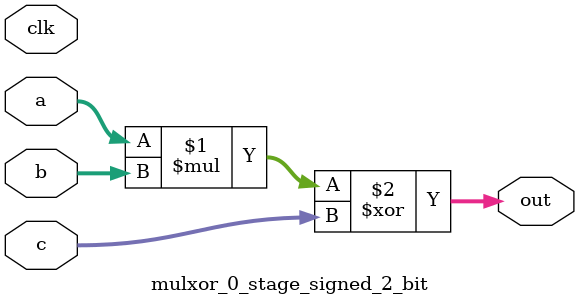
<source format=sv>
(* use_dsp = "yes" *) module mulxor_0_stage_signed_2_bit(
	input signed [1:0] a,
	input signed [1:0] b,
	input signed [1:0] c,
	output [1:0] out,
	input clk);

	assign out = (a * b) ^ c;
endmodule

</source>
